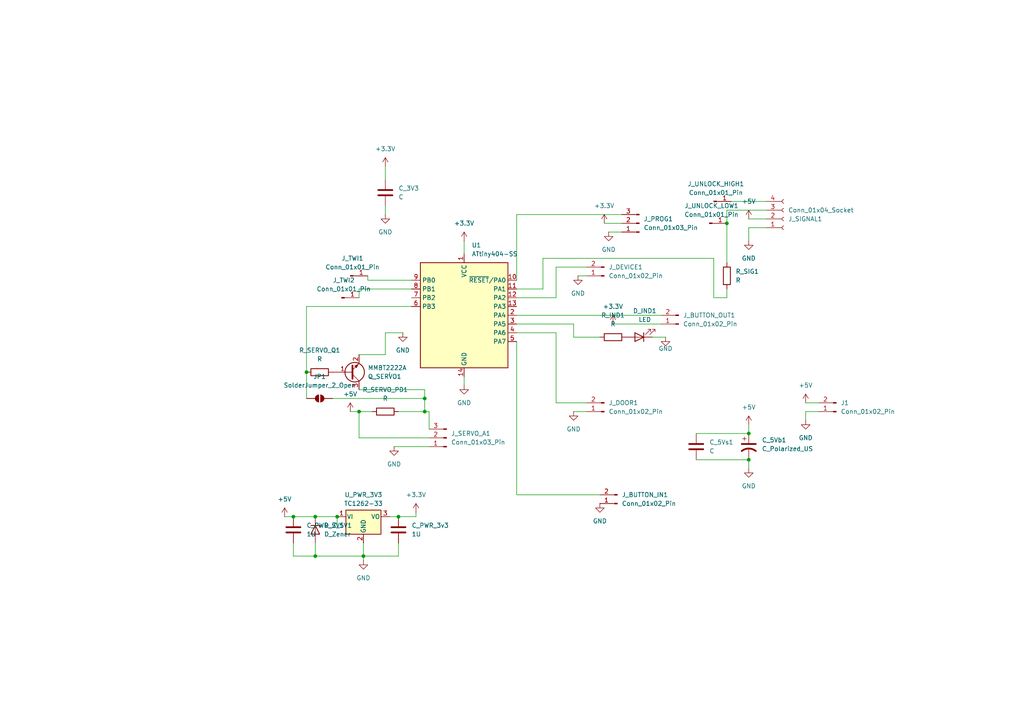
<source format=kicad_sch>
(kicad_sch (version 20250114) (generator "eeschema") (generator_version "9.0")
  (paper "A4")
  (lib_symbols
    (symbol "Connector:Conn_01x01_Pin" (pin_names (offset 1.016) (hide yes))
      (property "Reference" "J" (at 0 2.54 0))
      (property "Value" "Conn_01x01_Pin" (at 0 -2.54 0))
      (symbol "Conn_01x01_Pin_1_1"
        (rectangle (start 0.8636 0.127) (end 0 -0.127) (stroke (width 0.1524)) (fill (type outline)))
        (polyline (pts (xy 1.27 0) (xy 0.8636 0)) (stroke (width 0.1524)))
        (pin passive line (at 5.08 0 180) (length 3.81) (name "Pin_1") (number "1"))
      )
    )
    (symbol "Connector:Conn_01x02_Pin" (pin_names (offset 1.016) (hide yes))
      (property "Reference" "J" (at 0 2.54 0))
      (property "Value" "Conn_01x02_Pin" (at 0 -5.08 0))
      (symbol "Conn_01x02_Pin_1_1"
        (rectangle (start 0.8636 0.127) (end 0 -0.127) (stroke (width 0.1524)) (fill (type outline)))
        (rectangle (start 0.8636 -2.413) (end 0 -2.667) (stroke (width 0.1524)) (fill (type outline)))
        (polyline (pts (xy 1.27 0) (xy 0.8636 0)) (stroke (width 0.1524)))
        (polyline (pts (xy 1.27 -2.54) (xy 0.8636 -2.54)) (stroke (width 0.1524)))
        (pin passive line (at 5.08 0 180) (length 3.81) (name "Pin_1") (number "1"))
        (pin passive line (at 5.08 -2.54 180) (length 3.81) (name "Pin_2") (number "2"))
      )
    )
    (symbol "Connector:Conn_01x03_Pin" (pin_names (offset 1.016) (hide yes))
      (property "Reference" "J" (at 0 5.08 0))
      (property "Value" "Conn_01x03_Pin" (at 0 -5.08 0))
      (symbol "Conn_01x03_Pin_1_1"
        (rectangle (start 0.8636 2.667) (end 0 2.413) (stroke (width 0.1524)) (fill (type outline)))
        (rectangle (start 0.8636 0.127) (end 0 -0.127) (stroke (width 0.1524)) (fill (type outline)))
        (rectangle (start 0.8636 -2.413) (end 0 -2.667) (stroke (width 0.1524)) (fill (type outline)))
        (polyline (pts (xy 1.27 2.54) (xy 0.8636 2.54)) (stroke (width 0.1524)))
        (polyline (pts (xy 1.27 0) (xy 0.8636 0)) (stroke (width 0.1524)))
        (polyline (pts (xy 1.27 -2.54) (xy 0.8636 -2.54)) (stroke (width 0.1524)))
        (pin passive line (at 5.08 2.54 180) (length 3.81) (name "Pin_1") (number "1"))
        (pin passive line (at 5.08 0 180) (length 3.81) (name "Pin_2") (number "2"))
        (pin passive line (at 5.08 -2.54 180) (length 3.81) (name "Pin_3") (number "3"))
      )
    )
    (symbol "Connector:Conn_01x04_Socket" (pin_names (offset 1.016) (hide yes))
      (property "Reference" "J" (at 0 5.08 0))
      (property "Value" "Conn_01x04_Socket" (at 0 -7.62 0))
      (symbol "Conn_01x04_Socket_1_1"
        (polyline (pts (xy -1.27 2.54) (xy -0.508 2.54)) (stroke (width 0.1524)))
        (polyline (pts (xy -1.27 0) (xy -0.508 0)) (stroke (width 0.1524)))
        (polyline (pts (xy -1.27 -2.54) (xy -0.508 -2.54)) (stroke (width 0.1524)))
        (polyline (pts (xy -1.27 -5.08) (xy -0.508 -5.08)) (stroke (width 0.1524)))
        (arc (start 0 2.032) (mid -0.5058 2.54) (end 0 3.048) (stroke (width 0.1524)))
        (arc (start 0 -0.508) (mid -0.5058 0) (end 0 0.508) (stroke (width 0.1524)))
        (arc (start 0 -3.048) (mid -0.5058 -2.54) (end 0 -2.032) (stroke (width 0.1524)))
        (arc (start 0 -5.588) (mid -0.5058 -5.08) (end 0 -4.572) (stroke (width 0.1524)))
        (pin passive line (at -5.08 2.54 0) (length 3.81) (name "Pin_1") (number "1"))
        (pin passive line (at -5.08 0 0) (length 3.81) (name "Pin_2") (number "2"))
        (pin passive line (at -5.08 -2.54 0) (length 3.81) (name "Pin_3") (number "3"))
        (pin passive line (at -5.08 -5.08 0) (length 3.81) (name "Pin_4") (number "4"))
      )
    )
    (symbol "Device:C" (pin_numbers (hide yes)) (pin_names (offset 0.254))
      (property "Reference" "C" (at 0.635 2.54 0))
      (property "Value" "C" (at 0.635 -2.54 0))
      (symbol "C_0_1"
        (polyline (pts (xy -2.032 0.762) (xy 2.032 0.762)) (stroke (width 0.508)))
        (polyline (pts (xy -2.032 -0.762) (xy 2.032 -0.762)) (stroke (width 0.508)))
      )
      (symbol "C_1_1"
        (pin passive line (at 0 3.81 270) (length 2.794) (name "~") (number "1"))
        (pin passive line (at 0 -3.81 90) (length 2.794) (name "~") (number "2"))
      )
    )
    (symbol "Device:C_Polarized_US" (pin_numbers (hide yes)) (pin_names (offset 0.254) (hide yes))
      (property "Reference" "C" (at 0.635 2.54 0))
      (property "Value" "C_Polarized_US" (at 0.635 -2.54 0))
      (symbol "C_Polarized_US_0_1"
        (polyline (pts (xy -2.032 0.762) (xy 2.032 0.762)) (stroke (width 0.508)))
        (polyline (pts (xy -1.778 2.286) (xy -0.762 2.286)))
        (polyline (pts (xy -1.27 1.778) (xy -1.27 2.794)))
        (arc (start -2.032 -1.27) (mid 0 -0.5572) (end 2.032 -1.27) (stroke (width 0.508)))
      )
      (symbol "C_Polarized_US_1_1"
        (pin passive line (at 0 3.81 270) (length 2.794) (name "~") (number "1"))
        (pin passive line (at 0 -3.81 90) (length 3.302) (name "~") (number "2"))
      )
    )
    (symbol "Device:D_Zener" (pin_numbers (hide yes)) (pin_names (offset 1.016) (hide yes))
      (property "Reference" "D" (at 0 2.54 0))
      (property "Value" "D_Zener" (at 0 -2.54 0))
      (symbol "D_Zener_0_1"
        (polyline (pts (xy -1.27 -1.27) (xy -1.27 1.27) (xy -0.762 1.27)) (stroke (width 0.254)))
        (polyline (pts (xy 1.27 0) (xy -1.27 0)))
        (polyline (pts (xy 1.27 -1.27) (xy 1.27 1.27) (xy -1.27 0) (xy 1.27 -1.27)) (stroke (width 0.254)))
      )
      (symbol "D_Zener_1_1"
        (pin passive line (at -3.81 0 0) (length 2.54) (name "K") (number "1"))
        (pin passive line (at 3.81 0 180) (length 2.54) (name "A") (number "2"))
      )
    )
    (symbol "Device:LED" (pin_numbers (hide yes)) (pin_names (offset 1.016) (hide yes))
      (property "Reference" "D" (at 0 2.54 0))
      (property "Value" "LED" (at 0 -2.54 0))
      (symbol "LED_0_1"
        (polyline (pts (xy -3.048 -0.762) (xy -4.572 -2.286) (xy -3.81 -2.286) (xy -4.572 -2.286) (xy -4.572 -1.524)))
        (polyline (pts (xy -1.778 -0.762) (xy -3.302 -2.286) (xy -2.54 -2.286) (xy -3.302 -2.286) (xy -3.302 -1.524)))
        (polyline (pts (xy -1.27 0) (xy 1.27 0)))
        (polyline (pts (xy -1.27 -1.27) (xy -1.27 1.27)) (stroke (width 0.254)))
        (polyline (pts (xy 1.27 -1.27) (xy 1.27 1.27) (xy -1.27 0) (xy 1.27 -1.27)) (stroke (width 0.254)))
      )
      (symbol "LED_1_1"
        (pin passive line (at -3.81 0 0) (length 2.54) (name "K") (number "1"))
        (pin passive line (at 3.81 0 180) (length 2.54) (name "A") (number "2"))
      )
    )
    (symbol "Device:R" (pin_numbers (hide yes)) (pin_names (offset 0))
      (property "Reference" "R" (at 2.032 0 90))
      (property "Value" "R" (at 0 0 90))
      (symbol "R_0_1"
        (rectangle (start -1.016 -2.54) (end 1.016 2.54) (stroke (width 0.254)))
      )
      (symbol "R_1_1"
        (pin passive line (at 0 3.81 270) (length 1.27) (name "~") (number "1"))
        (pin passive line (at 0 -3.81 90) (length 1.27) (name "~") (number "2"))
      )
    )
    (symbol "Jumper:SolderJumper_2_Open" (pin_numbers (hide yes)) (pin_names (offset 0) (hide yes)) (in_bom no)
      (property "Reference" "JP" (at 0 2.032 0))
      (property "Value" "SolderJumper_2_Open" (at 0 -2.54 0))
      (symbol "SolderJumper_2_Open_0_1"
        (polyline (pts (xy -0.254 1.016) (xy -0.254 -1.016)))
        (arc (start -0.254 -1.016) (mid -1.2656 0) (end -0.254 1.016))
        (arc (start -0.254 -1.016) (mid -1.2656 0) (end -0.254 1.016) (fill (type outline)))
        (arc (start 0.254 1.016) (mid 1.2656 0) (end 0.254 -1.016))
        (arc (start 0.254 1.016) (mid 1.2656 0) (end 0.254 -1.016) (fill (type outline)))
        (polyline (pts (xy 0.254 1.016) (xy 0.254 -1.016)))
      )
      (symbol "SolderJumper_2_Open_1_1"
        (pin passive line (at -3.81 0 0) (length 2.54) (name "A") (number "1"))
        (pin passive line (at 3.81 0 180) (length 2.54) (name "B") (number "2"))
      )
    )
    (symbol "MCU_Microchip_ATtiny:ATtiny404-SS"
      (property "Reference" "U" (at -12.7 16.51 0))
      (property "Value" "ATtiny404-SS" (at 2.54 -16.51 0))
      (symbol "ATtiny404-SS_0_1"
        (rectangle (start -12.7 -15.24) (end 12.7 15.24) (stroke (width 0.254)) (fill (type background)))
      )
      (symbol "ATtiny404-SS_1_1"
        (pin bidirectional line (at -15.24 10.16 0) (length 2.54) (name "PB0") (number "9"))
        (pin bidirectional line (at -15.24 7.62 0) (length 2.54) (name "PB1") (number "8"))
        (pin bidirectional line (at -15.24 5.08 0) (length 2.54) (name "PB2") (number "7"))
        (pin bidirectional line (at -15.24 2.54 0) (length 2.54) (name "PB3") (number "6"))
        (pin power_in line (at 0 17.78 270) (length 2.54) (name "VCC") (number "1"))
        (pin power_in line (at 0 -17.78 90) (length 2.54) (name "GND") (number "14"))
        (pin bidirectional line (at 15.24 10.16 180) (length 2.54) (name "~{RESET}/PA0") (number "10"))
        (pin bidirectional line (at 15.24 7.62 180) (length 2.54) (name "PA1") (number "11"))
        (pin bidirectional line (at 15.24 5.08 180) (length 2.54) (name "PA2") (number "12"))
        (pin bidirectional line (at 15.24 2.54 180) (length 2.54) (name "PA3") (number "13"))
        (pin bidirectional line (at 15.24 0 180) (length 2.54) (name "PA4") (number "2"))
        (pin bidirectional line (at 15.24 -2.54 180) (length 2.54) (name "PA5") (number "3"))
        (pin bidirectional line (at 15.24 -5.08 180) (length 2.54) (name "PA6") (number "4"))
        (pin bidirectional line (at 15.24 -7.62 180) (length 2.54) (name "PA7") (number "5"))
      )
    )
    (symbol "Regulator_Linear:TC1262-33" (pin_names (offset 0.254))
      (property "Reference" "U" (at -3.81 3.175 0))
      (property "Value" "TC1262-33" (at 0 3.175 0))
      (symbol "TC1262-33_1_1"
        (rectangle (start -5.08 1.905) (end 5.08 -5.08) (stroke (width 0.254)) (fill (type background)))
        (pin power_in line (at -7.62 0 0) (length 2.54) (name "VI") (number "1"))
        (pin power_in line (at 0 -7.62 90) (length 2.54) (name "GND") (number "2"))
        (pin power_out line (at 7.62 0 180) (length 2.54) (name "VO") (number "3"))
      )
    )
    (symbol "Transistor_BJT:MMBT2222A" (pin_names (offset 0) (hide yes))
      (property "Reference" "Q" (at 5.08 1.905 0))
      (property "Value" "MMBT2222A" (at 5.08 0 0))
      (symbol "MMBT2222A_0_1"
        (polyline (pts (xy 0.635 1.905) (xy 0.635 -1.905) (xy 0.635 -1.905)) (stroke (width 0.508)))
        (polyline (pts (xy 0.635 0.635) (xy 2.54 2.54)))
        (polyline (pts (xy 0.635 -0.635) (xy 2.54 -2.54) (xy 2.54 -2.54)))
        (circle (center 1.27 0) (radius 2.8194) (stroke (width 0.254)))
        (polyline (pts (xy 1.27 -1.778) (xy 1.778 -1.27) (xy 2.286 -2.286) (xy 1.27 -1.778) (xy 1.27 -1.778)) (fill (type outline)))
      )
      (symbol "MMBT2222A_1_1"
        (pin input line (at -5.08 0 0) (length 5.715) (name "B") (number "1"))
        (pin passive line (at 2.54 5.08 270) (length 2.54) (name "C") (number "3"))
        (pin passive line (at 2.54 -5.08 90) (length 2.54) (name "E") (number "2"))
      )
    )
    (symbol "power:+3.3V" (power) (pin_numbers (hide yes)) (pin_names (offset 0) (hide yes))
      (property "Value" "+3.3V" (at 0 3.556 0))
      (symbol "+3.3V_0_1"
        (polyline (pts (xy -0.762 1.27) (xy 0 2.54)))
        (polyline (pts (xy 0 2.54) (xy 0.762 1.27)))
        (polyline (pts (xy 0 0) (xy 0 2.54)))
      )
      (symbol "+3.3V_1_1"
        (pin power_in line (at 0 0 90) (length 0) (name "~") (number "1"))
      )
    )
    (symbol "power:+5V" (power) (pin_numbers (hide yes)) (pin_names (offset 0) (hide yes))
      (property "Value" "+5V" (at 0 3.556 0))
      (symbol "+5V_0_1"
        (polyline (pts (xy -0.762 1.27) (xy 0 2.54)))
        (polyline (pts (xy 0 2.54) (xy 0.762 1.27)))
        (polyline (pts (xy 0 0) (xy 0 2.54)))
      )
      (symbol "+5V_1_1"
        (pin power_in line (at 0 0 90) (length 0) (name "~") (number "1"))
      )
    )
    (symbol "power:GND" (power) (pin_numbers (hide yes)) (pin_names (offset 0) (hide yes))
      (property "Value" "GND" (at 0 -3.81 0))
      (symbol "GND_0_1"
        (polyline (pts (xy 0 0) (xy 0 -1.27) (xy 1.27 -1.27) (xy 0 -2.54) (xy -1.27 -1.27) (xy 0 -1.27)))
      )
      (symbol "GND_1_1"
        (pin power_in line (at 0 0 270) (length 0) (name "~") (number "1"))
      )
    )
  )
  (junction (at 97.79 149.86))
  (junction (at 123.19 115.57))
  (junction (at 210.82 64.77))
  (junction (at 91.44 149.86))
  (junction (at 85.09 149.86))
  (junction (at 217.17 125.73))
  (junction (at 91.44 161.29))
  (junction (at 123.19 119.38))
  (junction (at 105.41 161.29))
  (junction (at 104.14 119.38))
  (junction (at 88.9 107.95))
  (junction (at 217.17 133.35))
  (junction (at 115.57 149.86))
  (wire (pts (xy 134.62 109.22) (xy 134.62 111.76)))
  (wire (pts (xy 114.3 129.54) (xy 124.46 129.54)))
  (wire (pts (xy 134.62 69.85) (xy 134.62 73.66)))
  (wire (pts (xy 124.46 119.38) (xy 123.19 119.38)))
  (wire (pts (xy 217.17 66.04) (xy 217.17 69.85)))
  (wire (pts (xy 82.55 149.86) (xy 85.09 149.86)))
  (wire (pts (xy 201.93 125.73) (xy 217.17 125.73)))
  (wire (pts (xy 91.44 161.29) (xy 105.41 161.29)))
  (wire (pts (xy 149.86 143.51) (xy 149.86 99.06)))
  (wire (pts (xy 161.29 86.36) (xy 149.86 86.36)))
  (wire (pts (xy 237.49 119.38) (xy 233.68 119.38)))
  (wire (pts (xy 123.19 113.03) (xy 123.19 115.57)))
  (wire (pts (xy 119.38 83.82) (xy 104.14 83.82)))
  (wire (pts (xy 149.86 83.82) (xy 157.48 83.82)))
  (wire (pts (xy 104.14 127) (xy 124.46 127)))
  (wire (pts (xy 166.37 97.79) (xy 166.37 93.98)))
  (wire (pts (xy 88.9 88.9) (xy 88.9 107.95)))
  (wire (pts (xy 85.09 149.86) (xy 91.44 149.86)))
  (wire (pts (xy 157.48 83.82) (xy 157.48 74.93)))
  (wire (pts (xy 210.82 60.96) (xy 210.82 64.77)))
  (wire (pts (xy 91.44 157.48) (xy 91.44 161.29)))
  (wire (pts (xy 119.38 88.9) (xy 88.9 88.9)))
  (wire (pts (xy 161.29 77.47) (xy 170.18 77.47)))
  (wire (pts (xy 124.46 124.46) (xy 124.46 119.38)))
  (wire (pts (xy 115.57 157.48) (xy 115.57 161.29)))
  (wire (pts (xy 104.14 119.38) (xy 104.14 127)))
  (wire (pts (xy 104.14 102.87) (xy 111.76 102.87)))
  (wire (pts (xy 212.09 58.42) (xy 222.25 58.42)))
  (wire (pts (xy 149.86 62.23) (xy 149.86 81.28)))
  (wire (pts (xy 113.03 149.86) (xy 115.57 149.86)))
  (wire (pts (xy 189.23 97.79) (xy 193.04 97.79)))
  (wire (pts (xy 115.57 149.86) (xy 120.65 149.86)))
  (wire (pts (xy 176.53 67.31) (xy 180.34 67.31)))
  (wire (pts (xy 111.76 96.52) (xy 116.84 96.52)))
  (wire (pts (xy 104.14 119.38) (xy 107.95 119.38)))
  (wire (pts (xy 180.34 62.23) (xy 149.86 62.23)))
  (wire (pts (xy 104.14 113.03) (xy 123.19 113.03)))
  (wire (pts (xy 115.57 161.29) (xy 105.41 161.29)))
  (wire (pts (xy 207.01 86.36) (xy 210.82 86.36)))
  (wire (pts (xy 207.01 74.93) (xy 207.01 86.36)))
  (wire (pts (xy 217.17 133.35) (xy 217.17 135.89)))
  (wire (pts (xy 210.82 83.82) (xy 210.82 86.36)))
  (wire (pts (xy 105.41 161.29) (xy 105.41 162.56)))
  (wire (pts (xy 149.86 143.51) (xy 173.99 143.51)))
  (wire (pts (xy 175.26 64.77) (xy 180.34 64.77)))
  (wire (pts (xy 217.17 63.5) (xy 222.25 63.5)))
  (wire (pts (xy 123.19 115.57) (xy 123.19 119.38)))
  (wire (pts (xy 85.09 157.48) (xy 85.09 161.29)))
  (wire (pts (xy 104.14 83.82) (xy 104.14 86.36)))
  (wire (pts (xy 88.9 107.95) (xy 88.9 115.57)))
  (wire (pts (xy 166.37 93.98) (xy 149.86 93.98)))
  (wire (pts (xy 101.6 119.38) (xy 104.14 119.38)))
  (wire (pts (xy 201.93 133.35) (xy 217.17 133.35)))
  (wire (pts (xy 97.79 149.86) (xy 97.79 152.4)))
  (wire (pts (xy 119.38 81.28) (xy 106.68 81.28)))
  (wire (pts (xy 233.68 119.38) (xy 233.68 121.92)))
  (wire (pts (xy 177.8 93.98) (xy 191.77 93.98)))
  (wire (pts (xy 222.25 66.04) (xy 217.17 66.04)))
  (wire (pts (xy 123.19 119.38) (xy 115.57 119.38)))
  (wire (pts (xy 222.25 60.96) (xy 210.82 60.96)))
  (wire (pts (xy 85.09 161.29) (xy 91.44 161.29)))
  (wire (pts (xy 91.44 149.86) (xy 97.79 149.86)))
  (wire (pts (xy 149.86 91.44) (xy 191.77 91.44)))
  (wire (pts (xy 106.68 81.28) (xy 106.68 80.01)))
  (wire (pts (xy 217.17 123.19) (xy 217.17 125.73)))
  (wire (pts (xy 105.41 157.48) (xy 105.41 161.29)))
  (wire (pts (xy 113.03 107.95) (xy 113.03 109.22)))
  (wire (pts (xy 167.64 80.01) (xy 170.18 80.01)))
  (wire (pts (xy 173.99 97.79) (xy 166.37 97.79)))
  (wire (pts (xy 161.29 77.47) (xy 161.29 86.36)))
  (wire (pts (xy 233.68 116.84) (xy 237.49 116.84)))
  (wire (pts (xy 111.76 48.26) (xy 111.76 52.07)))
  (wire (pts (xy 157.48 74.93) (xy 207.01 74.93)))
  (wire (pts (xy 149.86 96.52) (xy 161.29 96.52)))
  (wire (pts (xy 161.29 116.84) (xy 161.29 96.52)))
  (wire (pts (xy 111.76 102.87) (xy 111.76 96.52)))
  (wire (pts (xy 210.82 64.77) (xy 210.82 76.2)))
  (wire (pts (xy 96.52 115.57) (xy 123.19 115.57)))
  (wire (pts (xy 120.65 148.59) (xy 120.65 149.86)))
  (wire (pts (xy 166.37 119.38) (xy 170.18 119.38)))
  (wire (pts (xy 170.18 116.84) (xy 161.29 116.84)))
  (wire (pts (xy 111.76 59.69) (xy 111.76 62.23)))
  (symbol (lib_id "Jumper:SolderJumper_2_Open") (at 92.71 115.57 0) (unit 1) (in_bom no)
    (property "Reference" "JP1" (at 92.71 109.22 0))
    (property "Value" "SolderJumper_2_Open" (at 92.71 111.76 0))
    (property "Footprint" "Jumper:SolderJumper-2_P1.3mm_Open_TrianglePad1.0x1.5mm" (effects (hide yes)))
    (property "Description" "Solder Jumper, 2-pole, open" (effects (hide yes)))
  )
  (symbol (lib_id "Connector:Conn_01x01_Pin") (at 99.06 86.36 0) (unit 1)
    (property "Reference" "J_TWI2" (at 99.695 81.28 0))
    (property "Value" "Conn_01x01_Pin" (at 99.695 83.82 0))
    (property "Footprint" "Connector_Wire:SolderWirePad_1x01_SMD_1x2mm" (effects (hide yes)))
    (property "Description" "Generic connector, single row, 01x01, script generated" (effects (hide yes)))
  )
  (symbol (lib_id "power:+3.3V") (at 120.65 148.59 0) (unit 1)
    (property "Reference" "#PWR021" (effects (hide yes)))
    (property "Value" "+3.3V" (at 120.65 143.51 0))
    (property "Description" "Power symbol creates a global label with name \"+3.3V\"" (effects (hide yes)))
  )
  (symbol (lib_id "Device:R") (at 177.8 97.79 270) (unit 1)
    (property "Reference" "R_IND1" (at 177.8 91.44 90))
    (property "Value" "R" (at 177.8 93.98 90))
    (property "Footprint" "Resistor_SMD:R_1206_3216Metric" (effects (hide yes)))
    (property "Description" "Resistor" (effects (hide yes)))
  )
  (symbol (lib_id "power:GND") (at 111.76 62.23 0) (unit 1)
    (property "Reference" "#PWR15" (effects (hide yes)))
    (property "Value" "GND" (at 111.76 67.31 0))
    (property "Description" "Power symbol creates a global label with name \"GND\" , ground" (effects (hide yes)))
  )
  (symbol (lib_id "power:GND") (at 116.84 96.52 0) (unit 1)
    (property "Reference" "#PWR020" (effects (hide yes)))
    (property "Value" "GND" (at 116.84 101.6 0))
    (property "Description" "Power symbol creates a global label with name \"GND\" , ground" (effects (hide yes)))
  )
  (symbol (lib_id "Device:R") (at 210.82 80.01 0) (unit 1)
    (property "Reference" "R_SIG1" (at 213.36 78.7399 0) (effects (justify left)))
    (property "Value" "R" (at 213.36 81.2799 0) (effects (justify left)))
    (property "Footprint" "Resistor_SMD:R_1206_3216Metric" (effects (hide yes)))
    (property "Description" "Resistor" (effects (hide yes)))
  )
  (symbol (lib_id "Connector:Conn_01x02_Pin") (at 196.85 93.98 180) (unit 1)
    (property "Reference" "J_BUTTON_OUT1" (at 198.12 91.4399 0) (effects (justify right)))
    (property "Value" "Conn_01x02_Pin" (at 198.12 93.9799 0) (effects (justify right)))
    (property "Footprint" "Connector_PinSocket_2.54mm:PinSocket_1x02_P2.54mm_Vertical" (effects (hide yes)))
    (property "Description" "Generic connector, single row, 01x02, script generated" (effects (hide yes)))
  )
  (symbol (lib_id "power:GND") (at 167.64 80.01 0) (unit 1)
    (property "Reference" "#PWR7" (effects (hide yes)))
    (property "Value" "GND" (at 167.64 85.09 0))
    (property "Description" "Power symbol creates a global label with name \"GND\" , ground" (effects (hide yes)))
  )
  (symbol (lib_id "Device:C") (at 115.57 153.67 0) (unit 1)
    (property "Reference" "C_PWR_3v3" (at 119.38 152.3999 0) (effects (justify left)))
    (property "Value" "1U" (at 119.38 154.9399 0) (effects (justify left)))
    (property "Footprint" "Capacitor_SMD:C_1206_3216Metric_Pad1.33x1.80mm_HandSolder" (effects (hide yes)))
    (property "Description" "Unpolarized capacitor" (effects (hide yes)))
  )
  (symbol (lib_id "Connector:Conn_01x02_Pin") (at 175.26 119.38 180) (unit 1)
    (property "Reference" "J_DOOR1" (at 176.53 116.8399 0) (effects (justify right)))
    (property "Value" "Conn_01x02_Pin" (at 176.53 119.3799 0) (effects (justify right)))
    (property "Footprint" "Connector_PinHeader_2.54mm:PinHeader_1x02_P2.54mm_Vertical" (effects (hide yes)))
    (property "Description" "Generic connector, single row, 01x02, script generated" (effects (hide yes)))
  )
  (symbol (lib_id "power:GND") (at 166.37 119.38 0) (unit 1)
    (property "Reference" "#PWR6" (effects (hide yes)))
    (property "Value" "GND" (at 166.37 124.46 0))
    (property "Description" "Power symbol creates a global label with name \"GND\" , ground" (effects (hide yes)))
  )
  (symbol (lib_id "Connector:Conn_01x03_Pin") (at 129.54 127 180) (unit 1)
    (property "Reference" "J_SERVO_A1" (at 130.81 125.7299 0) (effects (justify right)))
    (property "Value" "Conn_01x03_Pin" (at 130.81 128.2699 0) (effects (justify right)))
    (property "Footprint" "Connector_PinHeader_2.54mm:PinHeader_1x03_P2.54mm_Vertical" (effects (hide yes)))
    (property "Description" "Generic connector, single row, 01x03, script generated" (effects (hide yes)))
  )
  (symbol (lib_id "Transistor_BJT:MMBT2222A") (at 101.6 107.95 0) (mirror x) (unit 1)
    (property "Reference" "Q_SERVO1" (at 106.68 109.2201 0) (effects (justify left)))
    (property "Value" "MMBT2222A" (at 106.68 106.6801 0) (effects (justify left)))
    (property "Footprint" "Package_TO_SOT_SMD:SOT-23W_Handsoldering" (effects (hide yes)))
    (property "Datasheet" "https://assets.nexperia.com/documents/data-sheet/MMBT2222A.pdf" (effects (hide yes)))
    (property "Description" "600mA Ic, 40V Vce, NPN Transistor, SOT-23" (effects (hide yes)))
  )
  (symbol (lib_id "power:GND") (at 134.62 111.76 0) (unit 1)
    (property "Reference" "#PWR13" (effects (hide yes)))
    (property "Value" "GND" (at 134.62 116.84 0))
    (property "Description" "Power symbol creates a global label with name \"GND\" , ground" (effects (hide yes)))
  )
  (symbol (lib_id "Regulator_Linear:TC1262-33") (at 105.41 149.86 0) (unit 1)
    (property "Reference" "U_PWR_3V3" (at 105.41 143.51 0))
    (property "Value" "TC1262-33" (at 105.41 146.05 0))
    (property "Footprint" "Package_TO_SOT_SMD:SOT-223-3_TabPin2" (effects (hide yes)))
    (property "Datasheet" "http://ww1.microchip.com/downloads/en/DeviceDoc/21373C.pdf" (effects (hide yes)))
    (property "Description" "500mA Low Dropout CMOS Voltage Regulator, Fixed Output 3.3V, TO-220/SOT-223/TO-263" (effects (hide yes)))
  )
  (symbol (lib_id "Device:C") (at 85.09 153.67 0) (unit 1)
    (property "Reference" "C_PWR_5V1" (at 88.9 152.3999 0) (effects (justify left)))
    (property "Value" "1U" (at 88.9 154.9399 0) (effects (justify left)))
    (property "Footprint" "Capacitor_SMD:C_1206_3216Metric_Pad1.33x1.80mm_HandSolder" (effects (hide yes)))
    (property "Description" "Unpolarized capacitor" (effects (hide yes)))
  )
  (symbol (lib_id "power:+5V") (at 82.55 149.86 0) (unit 1)
    (property "Reference" "#PWR013" (effects (hide yes)))
    (property "Value" "+5V" (at 82.55 144.78 0))
    (property "Description" "Power symbol creates a global label with name \"+5V\"" (effects (hide yes)))
  )
  (symbol (lib_id "Connector:Conn_01x03_Pin") (at 185.42 64.77 180) (unit 1)
    (property "Reference" "J_PROG1" (at 186.69 63.4999 0) (effects (justify right)))
    (property "Value" "Conn_01x03_Pin" (at 186.69 66.0399 0) (effects (justify right)))
    (property "Footprint" "Connector_PinHeader_2.54mm:PinHeader_1x03_P2.54mm_Vertical" (effects (hide yes)))
    (property "Description" "Generic connector, single row, 01x03, script generated" (effects (hide yes)))
  )
  (symbol (lib_id "Device:R") (at 92.71 107.95 270) (unit 1)
    (property "Reference" "R_SERVO_Q1" (at 92.71 101.6 90))
    (property "Value" "R" (at 92.71 104.14 90))
    (property "Footprint" "Resistor_SMD:R_1206_3216Metric" (effects (hide yes)))
    (property "Description" "Resistor" (effects (hide yes)))
  )
  (symbol (lib_id "power:GND") (at 217.17 69.85 0) (unit 1)
    (property "Reference" "#PWR8" (effects (hide yes)))
    (property "Value" "GND" (at 217.17 74.93 0))
    (property "Description" "Power symbol creates a global label with name \"GND\" , ground" (effects (hide yes)))
  )
  (symbol (lib_id "Connector:Conn_01x02_Pin") (at 179.07 146.05 180) (unit 1)
    (property "Reference" "J_BUTTON_IN1" (at 180.34 143.5099 0) (effects (justify right)))
    (property "Value" "Conn_01x02_Pin" (at 180.34 146.0499 0) (effects (justify right)))
    (property "Footprint" "Connector_PinSocket_2.54mm:PinSocket_1x02_P2.54mm_Vertical" (effects (hide yes)))
    (property "Description" "Generic connector, single row, 01x02, script generated" (effects (hide yes)))
  )
  (symbol (lib_id "power:+5V") (at 217.17 63.5 0) (unit 1)
    (property "Reference" "#PWR9" (effects (hide yes)))
    (property "Value" "+5V" (at 217.17 58.42 0))
    (property "Description" "Power symbol creates a global label with name \"+5V\"" (effects (hide yes)))
  )
  (symbol (lib_id "Device:C") (at 201.93 129.54 0) (unit 1)
    (property "Reference" "C_5Vs1" (at 205.74 128.2699 0) (effects (justify left)))
    (property "Value" "C" (at 205.74 130.8099 0) (effects (justify left)))
    (property "Footprint" "Capacitor_SMD:C_1206_3216Metric" (effects (hide yes)))
    (property "Description" "Unpolarized capacitor" (effects (hide yes)))
  )
  (symbol (lib_id "power:GND") (at 173.99 146.05 0) (unit 1)
    (property "Reference" "#PWR5" (effects (hide yes)))
    (property "Value" "GND" (at 173.99 151.13 0))
    (property "Description" "Power symbol creates a global label with name \"GND\" , ground" (effects (hide yes)))
  )
  (symbol (lib_id "Connector:Conn_01x01_Pin") (at 101.6 80.01 0) (unit 1)
    (property "Reference" "J_TWI1" (at 102.235 74.93 0))
    (property "Value" "Conn_01x01_Pin" (at 102.235 77.47 0))
    (property "Footprint" "Connector_Wire:SolderWirePad_1x01_SMD_1x2mm" (effects (hide yes)))
    (property "Description" "Generic connector, single row, 01x01, script generated" (effects (hide yes)))
  )
  (symbol (lib_id "Device:C") (at 111.76 55.88 0) (unit 1)
    (property "Reference" "C_3V3" (at 115.57 54.6099 0) (effects (justify left)))
    (property "Value" "C" (at 115.57 57.1499 0) (effects (justify left)))
    (property "Footprint" "Capacitor_SMD:C_1206_3216Metric" (effects (hide yes)))
    (property "Description" "Unpolarized capacitor" (effects (hide yes)))
  )
  (symbol (lib_id "Connector:Conn_01x01_Pin") (at 207.01 58.42 0) (unit 1)
    (property "Reference" "J_UNLOCK_HIGH1" (at 207.645 53.34 0))
    (property "Value" "Conn_01x01_Pin" (at 207.645 55.88 0))
    (property "Footprint" "Connector_Wire:SolderWirePad_1x01_SMD_1x2mm" (effects (hide yes)))
    (property "Description" "Generic connector, single row, 01x01, script generated" (effects (hide yes)))
  )
  (symbol (lib_id "Connector:Conn_01x04_Socket") (at 227.33 63.5 0) (mirror x) (unit 1)
    (property "Reference" "J_SIGNAL1" (at 228.6 63.5001 0) (effects (justify left)))
    (property "Value" "Conn_01x04_Socket" (at 228.6 60.9601 0) (effects (justify left)))
    (property "Footprint" "Connector_JST:JST_XH_B4B-XH-A_1x04_P2.50mm_Vertical" (effects (hide yes)))
    (property "Description" "Generic connector, single row, 01x04, script generated" (effects (hide yes)))
  )
  (symbol (lib_id "power:+5V") (at 101.6 119.38 0) (unit 1)
    (property "Reference" "#PWR2" (effects (hide yes)))
    (property "Value" "+5V" (at 101.6 114.3 0))
    (property "Description" "Power symbol creates a global label with name \"+5V\"" (effects (hide yes)))
  )
  (symbol (lib_id "power:GND") (at 176.53 67.31 0) (unit 1)
    (property "Reference" "#PWR10" (effects (hide yes)))
    (property "Value" "GND" (at 176.53 72.39 0))
    (property "Description" "Power symbol creates a global label with name \"GND\" , ground" (effects (hide yes)))
  )
  (symbol (lib_id "power:+3.3V") (at 175.26 64.77 0) (unit 1)
    (property "Reference" "#PWR11" (effects (hide yes)))
    (property "Value" "+3.3V" (at 175.26 59.69 0))
    (property "Description" "Power symbol creates a global label with name \"+3.3V\"" (effects (hide yes)))
  )
  (symbol (lib_id "Device:C_Polarized_US") (at 217.17 129.54 0) (unit 1)
    (property "Reference" "C_5Vb1" (at 220.98 127.6349 0) (effects (justify left)))
    (property "Value" "C_Polarized_US" (at 220.98 130.1749 0) (effects (justify left)))
    (property "Footprint" "Capacitor_THT:CP_Radial_D5.0mm_P2.50mm" (effects (hide yes)))
    (property "Description" "Polarized capacitor, US symbol" (effects (hide yes)))
  )
  (symbol (lib_id "power:GND") (at 217.17 135.89 0) (unit 1)
    (property "Reference" "#PWR19" (effects (hide yes)))
    (property "Value" "GND" (at 217.17 140.97 0))
    (property "Description" "Power symbol creates a global label with name \"GND\" , ground" (effects (hide yes)))
  )
  (symbol (lib_id "power:GND") (at 105.41 162.56 0) (unit 1)
    (property "Reference" "#PWR014" (effects (hide yes)))
    (property "Value" "GND" (at 105.41 167.64 0))
    (property "Description" "Power symbol creates a global label with name \"GND\" , ground" (effects (hide yes)))
  )
  (symbol (lib_id "power:+5V") (at 217.17 123.19 0) (unit 1)
    (property "Reference" "#PWR18" (effects (hide yes)))
    (property "Value" "+5V" (at 217.17 118.11 0))
    (property "Description" "Power symbol creates a global label with name \"+5V\"" (effects (hide yes)))
  )
  (symbol (lib_id "Device:LED") (at 185.42 97.79 180) (unit 1)
    (property "Reference" "D_IND1" (at 187.0075 90.17 0))
    (property "Value" "LED" (at 187.0075 92.71 0))
    (property "Footprint" "LED_THT:LED_D10.0mm" (effects (hide yes)))
    (property "Description" "Light emitting diode" (effects (hide yes)))
  )
  (symbol (lib_id "MCU_Microchip_ATtiny:ATtiny404-SS") (at 134.62 91.44 0) (unit 1)
    (property "Reference" "U1" (at 136.8141 71.12 0) (effects (justify left)))
    (property "Value" "ATtiny404-SS" (at 136.8141 73.66 0) (effects (justify left)))
    (property "Footprint" "Package_SO:SOIC-14_3.9x8.7mm_P1.27mm" (effects (hide yes)))
    (property "Datasheet" "http://ww1.microchip.com/downloads/en/DeviceDoc/50002687A.pdf" (effects (hide yes)))
    (property "Description" "20MHz, 4kB Flash, 256B SRAM, 128B EEPROM, SOIC-14" (effects (hide yes)))
  )
  (symbol (lib_id "power:GND") (at 193.04 97.79 0) (unit 1)
    (property "Reference" "#PWR1" (effects (hide yes)))
    (property "Value" "GND" (at 193.04 101.092 0))
    (property "Description" "Power symbol creates a global label with name \"GND\" , ground" (effects (hide yes)))
  )
  (symbol (lib_id "Connector:Conn_01x02_Pin") (at 175.26 80.01 180) (unit 1)
    (property "Reference" "J_DEVICE1" (at 176.53 77.4699 0) (effects (justify right)))
    (property "Value" "Conn_01x02_Pin" (at 176.53 80.0099 0) (effects (justify right)))
    (property "Footprint" "Connector_PinHeader_2.54mm:PinHeader_1x02_P2.54mm_Vertical" (effects (hide yes)))
    (property "Description" "Generic connector, single row, 01x02, script generated" (effects (hide yes)))
  )
  (symbol (lib_id "Device:R") (at 111.76 119.38 270) (unit 1)
    (property "Reference" "R_SERVO_PD1" (at 111.76 113.03 90))
    (property "Value" "R" (at 111.76 115.57 90))
    (property "Footprint" "Resistor_SMD:R_1206_3216Metric" (effects (hide yes)))
    (property "Description" "Resistor" (effects (hide yes)))
  )
  (symbol (lib_id "power:+5V") (at 233.68 116.84 0) (unit 1)
    (property "Reference" "#PWR17" (effects (hide yes)))
    (property "Value" "+5V" (at 233.68 111.76 0))
    (property "Description" "Power symbol creates a global label with name \"+5V\"" (effects (hide yes)))
  )
  (symbol (lib_id "power:GND") (at 233.68 121.92 0) (unit 1)
    (property "Reference" "#PWR16" (effects (hide yes)))
    (property "Value" "GND" (at 233.68 127 0))
    (property "Description" "Power symbol creates a global label with name \"GND\" , ground" (effects (hide yes)))
  )
  (symbol (lib_id "Connector:Conn_01x02_Pin") (at 242.57 119.38 180) (unit 1)
    (property "Reference" "J1" (at 243.84 116.8399 0) (effects (justify right)))
    (property "Value" "Conn_01x02_Pin" (at 243.84 119.3799 0) (effects (justify right)))
    (property "Footprint" "Connector_JST:JST_XH_B2B-XH-A_1x02_P2.50mm_Vertical" (effects (hide yes)))
    (property "Description" "Generic connector, single row, 01x02, script generated" (effects (hide yes)))
  )
  (symbol (lib_id "Device:D_Zener") (at 91.44 153.67 270) (unit 1)
    (property "Reference" "D_Z_5V1" (at 93.98 152.3999 90) (effects (justify left)))
    (property "Value" "D_Zener" (at 93.98 154.9399 90) (effects (justify left)))
    (property "Footprint" "Diode_SMD:D_1206_3216Metric_Pad1.42x1.75mm_HandSolder" (effects (hide yes)))
    (property "Description" "Zener diode" (effects (hide yes)))
  )
  (symbol (lib_id "power:+3.3V") (at 134.62 69.85 0) (unit 1)
    (property "Reference" "#PWR12" (effects (hide yes)))
    (property "Value" "+3.3V" (at 134.62 64.77 0))
    (property "Description" "Power symbol creates a global label with name \"+3.3V\"" (effects (hide yes)))
  )
  (symbol (lib_id "power:GND") (at 114.3 129.54 0) (unit 1)
    (property "Reference" "#PWR3" (effects (hide yes)))
    (property "Value" "GND" (at 114.3 134.62 0))
    (property "Description" "Power symbol creates a global label with name \"GND\" , ground" (effects (hide yes)))
  )
  (symbol (lib_id "Connector:Conn_01x01_Pin") (at 205.74 64.77 0) (unit 1)
    (property "Reference" "J_UNLOCK_LOW1" (at 206.375 59.69 0))
    (property "Value" "Conn_01x01_Pin" (at 206.375 62.23 0))
    (property "Footprint" "Connector_Wire:SolderWirePad_1x01_SMD_1x2mm" (effects (hide yes)))
    (property "Description" "Generic connector, single row, 01x01, script generated" (effects (hide yes)))
  )
  (symbol (lib_id "power:+3.3V") (at 111.76 48.26 0) (unit 1)
    (property "Reference" "#PWR14" (effects (hide yes)))
    (property "Value" "+3.3V" (at 111.76 43.18 0))
    (property "Description" "Power symbol creates a global label with name \"+3.3V\"" (effects (hide yes)))
  )
  (symbol (lib_id "power:+3.3V") (at 177.8 93.98 0) (unit 1)
    (property "Reference" "#PWR4" (effects (hide yes)))
    (property "Value" "+3.3V" (at 177.8 88.9 0))
    (property "Description" "Power symbol creates a global label with name \"+3.3V\"" (effects (hide yes)))
  )
)
</source>
